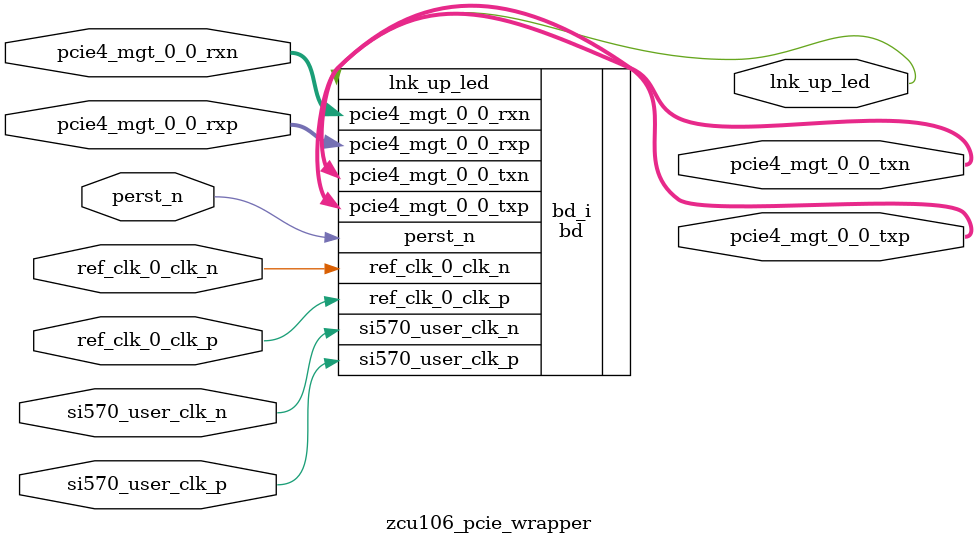
<source format=v>
`timescale 1 ps / 1 ps

module zcu106_pcie_wrapper
   (lnk_up_led,
    pcie4_mgt_0_0_rxn,
    pcie4_mgt_0_0_rxp,
    pcie4_mgt_0_0_txn,
    pcie4_mgt_0_0_txp,
    perst_n,
    ref_clk_0_clk_n,
    ref_clk_0_clk_p,
    si570_user_clk_n,
    si570_user_clk_p);
  output lnk_up_led;
  input [3:0]pcie4_mgt_0_0_rxn;
  input [3:0]pcie4_mgt_0_0_rxp;
  output [3:0]pcie4_mgt_0_0_txn;
  output [3:0]pcie4_mgt_0_0_txp;
  input perst_n;
  input [0:0]ref_clk_0_clk_n;
  input [0:0]ref_clk_0_clk_p;
  input si570_user_clk_n;
  input si570_user_clk_p;

  wire lnk_up_led;
  wire [3:0]pcie4_mgt_0_0_rxn;
  wire [3:0]pcie4_mgt_0_0_rxp;
  wire [3:0]pcie4_mgt_0_0_txn;
  wire [3:0]pcie4_mgt_0_0_txp;
  wire perst_n;
  wire [0:0]ref_clk_0_clk_n;
  wire [0:0]ref_clk_0_clk_p;
  wire si570_user_clk_n;
  wire si570_user_clk_p;

  bd bd_i
       (.lnk_up_led(lnk_up_led),
        .pcie4_mgt_0_0_rxn(pcie4_mgt_0_0_rxn),
        .pcie4_mgt_0_0_rxp(pcie4_mgt_0_0_rxp),
        .pcie4_mgt_0_0_txn(pcie4_mgt_0_0_txn),
        .pcie4_mgt_0_0_txp(pcie4_mgt_0_0_txp),
        .perst_n(perst_n),
        .ref_clk_0_clk_n(ref_clk_0_clk_n),
        .ref_clk_0_clk_p(ref_clk_0_clk_p),
        .si570_user_clk_n(si570_user_clk_n),
        .si570_user_clk_p(si570_user_clk_p));
endmodule

</source>
